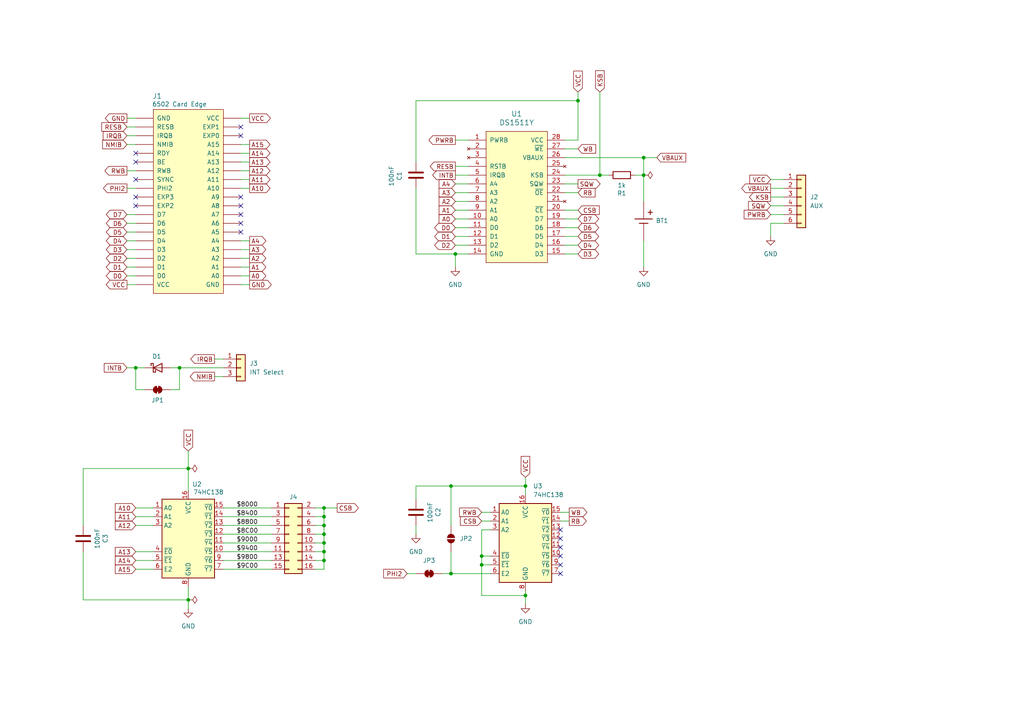
<source format=kicad_sch>
(kicad_sch (version 20250114) (generator "eeschema") (generator_version "9.0")
  (paper "A4")
  (title_block (title "6502 RTC Card") (date "2025-09-23") (rev "1.0") (company "A.C. Wright Design"))
  (lib_symbols
    (symbol "6502 Parts:6502 Card Edge" (pin_names (offset 1.016)) (in_bom no)
      (property "Reference" "J" (at -10.16 28.448 0))
      (property "Value" "6502 Card Edge" (at -5.588 26.924 0))
      (symbol "6502 Card Edge_1_0"
        (rectangle (start -10.16 25.4) (end 10.16 -27.94) (fill (type background)))
        (pin power_in line (at -15.24 22.86 0) (length 5.08) (name "GND") (number "GND"))
        (pin bidirectional line (at -15.24 20.32 0) (length 5.08) (name "RESB") (number "RESB"))
        (pin bidirectional line (at -15.24 17.78 0) (length 5.08) (name "IRQB") (number "IRQB"))
        (pin bidirectional line (at -15.24 15.24 0) (length 5.08) (name "NMIB") (number "NMIB"))
        (pin bidirectional line (at -15.24 12.7 0) (length 5.08) (name "RDY") (number "RDY"))
        (pin bidirectional line (at -15.24 10.16 0) (length 5.08) (name "BE") (number "BE"))
        (pin bidirectional line (at -15.24 7.62 0) (length 5.08) (name "RWB") (number "RWB"))
        (pin bidirectional line (at -15.24 5.08 0) (length 5.08) (name "SYNC") (number "SYNC"))
        (pin bidirectional line (at -15.24 2.54 0) (length 5.08) (name "PHI2") (number "PHI2"))
        (pin bidirectional line (at -15.24 0 0) (length 5.08) (name "EXP3") (number "EXP3"))
        (pin bidirectional line (at -15.24 -2.54 0) (length 5.08) (name "EXP2") (number "EXP2"))
        (pin bidirectional line (at -15.24 -5.08 0) (length 5.08) (name "D7") (number "D7"))
        (pin bidirectional line (at -15.24 -7.62 0) (length 5.08) (name "D6") (number "D6"))
        (pin bidirectional line (at -15.24 -10.16 0) (length 5.08) (name "D5") (number "D5"))
        (pin bidirectional line (at -15.24 -12.7 0) (length 5.08) (name "D4") (number "D4"))
        (pin bidirectional line (at -15.24 -15.24 0) (length 5.08) (name "D3") (number "D3"))
        (pin bidirectional line (at -15.24 -17.78 0) (length 5.08) (name "D2") (number "D2"))
        (pin bidirectional line (at -15.24 -20.32 0) (length 5.08) (name "D1") (number "D1"))
        (pin bidirectional line (at -15.24 -22.86 0) (length 5.08) (name "D0") (number "D0"))
        (pin power_in line (at -15.24 -25.4 0) (length 5.08) (name "VCC") (number "VCC"))
        (pin power_in line (at 15.24 22.86 180) (length 5.08) (name "VCC") (number "VCC"))
        (pin bidirectional line (at 15.24 20.32 180) (length 5.08) (name "EXP1") (number "EXP1"))
        (pin bidirectional line (at 15.24 17.78 180) (length 5.08) (name "EXP0") (number "EXP0"))
        (pin bidirectional line (at 15.24 15.24 180) (length 5.08) (name "A15") (number "A15"))
        (pin bidirectional line (at 15.24 12.7 180) (length 5.08) (name "A14") (number "A14"))
        (pin bidirectional line (at 15.24 10.16 180) (length 5.08) (name "A13") (number "A13"))
        (pin bidirectional line (at 15.24 7.62 180) (length 5.08) (name "A12") (number "A12"))
        (pin bidirectional line (at 15.24 5.08 180) (length 5.08) (name "A11") (number "A11"))
        (pin bidirectional line (at 15.24 2.54 180) (length 5.08) (name "A10") (number "A10"))
        (pin bidirectional line (at 15.24 0 180) (length 5.08) (name "A9") (number "A9"))
        (pin bidirectional line (at 15.24 -2.54 180) (length 5.08) (name "A8") (number "A8"))
        (pin bidirectional line (at 15.24 -5.08 180) (length 5.08) (name "A7") (number "A7"))
        (pin bidirectional line (at 15.24 -7.62 180) (length 5.08) (name "A6") (number "A6"))
        (pin bidirectional line (at 15.24 -10.16 180) (length 5.08) (name "A5") (number "A5"))
        (pin bidirectional line (at 15.24 -12.7 180) (length 5.08) (name "A4") (number "A4"))
        (pin bidirectional line (at 15.24 -15.24 180) (length 5.08) (name "A3") (number "A3"))
        (pin bidirectional line (at 15.24 -17.78 180) (length 5.08) (name "A2") (number "A2"))
        (pin bidirectional line (at 15.24 -20.32 180) (length 5.08) (name "A1") (number "A1"))
        (pin bidirectional line (at 15.24 -22.86 180) (length 5.08) (name "A0") (number "A0"))
        (pin power_in line (at 15.24 -25.4 180) (length 5.08) (name "GND") (number "GND"))
      )
    )
    (symbol "6502 Parts:BAT-HLD-001-THM" (pin_names (offset 1.016))
      (property "Reference" "BT" (at -3.81 3.81 0))
      (property "Value" "BAT-HLD-001-THM" (at -10.16 -5.08 0))
      (symbol "BAT-HLD-001-THM_0_0"
        (polyline (pts (xy -3.81 1.905) (xy -2.54 1.905)) (stroke (width 0.254)))
        (polyline (pts (xy -3.175 2.54) (xy -3.175 1.27)) (stroke (width 0.254)))
        (polyline (pts (xy -1.27 2.54) (xy -1.27 0)) (stroke (width 0.254)))
        (polyline (pts (xy -1.27 0) (xy -1.27 -2.54)) (stroke (width 0.254)))
        (polyline (pts (xy 0 1.27) (xy 0 0)) (stroke (width 0.254)))
        (polyline (pts (xy 0 0) (xy 0 -1.27)) (stroke (width 0.254)))
      )
      (symbol "BAT-HLD-001-THM_1_0"
        (pin power_in line (at -6.35 0 0) (length 5.08) (name "+") (number "+"))
        (pin power_in line (at 5.08 0 180) (length 5.08) (name "-") (number "-"))
      )
    )
    (symbol "6502 Parts:DS1511Y" (pin_names (offset 1.016)) (in_bom no)
      (property "Reference" "U" (at 4.826 6.858 0))
      (property "Value" "DS1511Y" (at 4.826 4.318 0))
      (symbol "DS1511Y_1_0"
        (pin output line (at 0 0 0) (length 5.08) (name "PWRB") (number "1"))
        (pin no_connect line (at 0 -2.54 0) (length 5.08) (name "") (number "2"))
        (pin no_connect line (at 0 -5.08 0) (length 5.08) (name "") (number "3"))
        (pin output line (at 0 -7.62 0) (length 5.08) (name "RSTB") (number "4"))
        (pin output line (at 0 -10.16 0) (length 5.08) (name "IRQB") (number "5"))
        (pin input line (at 0 -12.7 0) (length 5.08) (name "A4") (number "6"))
        (pin input line (at 0 -15.24 0) (length 5.08) (name "A3") (number "7"))
        (pin input line (at 0 -17.78 0) (length 5.08) (name "A2") (number "8"))
        (pin input line (at 0 -20.32 0) (length 5.08) (name "A1") (number "9"))
        (pin input line (at 0 -22.86 0) (length 5.08) (name "A0") (number "10"))
        (pin bidirectional line (at 0 -25.4 0) (length 5.08) (name "D0") (number "11"))
        (pin bidirectional line (at 0 -27.94 0) (length 5.08) (name "D1") (number "12"))
        (pin bidirectional line (at 0 -30.48 0) (length 5.08) (name "D2") (number "13"))
        (pin power_in line (at 0 -33.02 0) (length 5.08) (name "GND") (number "14"))
        (pin power_in line (at 27.94 0 180) (length 5.08) (name "VCC") (number "28"))
        (pin bidirectional line (at 27.94 -2.54 180) (length 5.08) (name "~{WE}") (number "27"))
        (pin power_in line (at 27.94 -5.08 180) (length 5.08) (name "VBAUX") (number "26"))
        (pin no_connect line (at 27.94 -7.62 180) (length 5.08) (name "") (number "25"))
        (pin input line (at 27.94 -10.16 180) (length 5.08) (name "KSB") (number "24"))
        (pin output line (at 27.94 -12.7 180) (length 5.08) (name "SQW") (number "23"))
        (pin bidirectional line (at 27.94 -15.24 180) (length 5.08) (name "~{OE}") (number "22"))
        (pin no_connect line (at 27.94 -17.78 180) (length 5.08) (name "") (number "21"))
        (pin bidirectional line (at 27.94 -20.32 180) (length 5.08) (name "~{CE}") (number "20"))
        (pin bidirectional line (at 27.94 -22.86 180) (length 5.08) (name "D7") (number "19"))
        (pin bidirectional line (at 27.94 -25.4 180) (length 5.08) (name "D6") (number "18"))
        (pin bidirectional line (at 27.94 -27.94 180) (length 5.08) (name "D5") (number "17"))
        (pin bidirectional line (at 27.94 -30.48 180) (length 5.08) (name "D4") (number "16"))
        (pin bidirectional line (at 27.94 -33.02 180) (length 5.08) (name "D3") (number "15"))
      )
      (symbol "DS1511Y_1_1"
        (rectangle (start 5.08 2.54) (end 22.86 -35.56) (fill (type background)))
      )
    )
    (symbol "74xx:74HC138"
      (property "Reference" "U" (at -7.62 13.97 0))
      (property "Value" "74HC138" (at 2.54 -11.43 0))
      (symbol "74HC138_0_1"
        (rectangle (start -7.62 12.7) (end 7.62 -10.16) (stroke (width 0.254)) (fill (type background)))
      )
      (symbol "74HC138_1_1"
        (pin input line (at -10.16 10.16 0) (length 2.54) (name "A0") (number "1"))
        (pin input line (at -10.16 7.62 0) (length 2.54) (name "A1") (number "2"))
        (pin input line (at -10.16 5.08 0) (length 2.54) (name "A2") (number "3"))
        (pin input line (at -10.16 -2.54 0) (length 2.54) (name "~{E0}") (number "4"))
        (pin input line (at -10.16 -5.08 0) (length 2.54) (name "~{E1}") (number "5"))
        (pin input line (at -10.16 -7.62 0) (length 2.54) (name "E2") (number "6"))
        (pin power_in line (at 0 15.24 270) (length 2.54) (name "VCC") (number "16"))
        (pin power_in line (at 0 -12.7 90) (length 2.54) (name "GND") (number "8"))
        (pin output line (at 10.16 10.16 180) (length 2.54) (name "~{Y0}") (number "15"))
        (pin output line (at 10.16 7.62 180) (length 2.54) (name "~{Y1}") (number "14"))
        (pin output line (at 10.16 5.08 180) (length 2.54) (name "~{Y2}") (number "13"))
        (pin output line (at 10.16 2.54 180) (length 2.54) (name "~{Y3}") (number "12"))
        (pin output line (at 10.16 0 180) (length 2.54) (name "~{Y4}") (number "11"))
        (pin output line (at 10.16 -2.54 180) (length 2.54) (name "~{Y5}") (number "10"))
        (pin output line (at 10.16 -5.08 180) (length 2.54) (name "~{Y6}") (number "9"))
        (pin output line (at 10.16 -7.62 180) (length 2.54) (name "~{Y7}") (number "7"))
      )
    )
    (symbol "Connector_Generic:Conn_01x03" (pin_names (offset 1.016) (hide yes))
      (property "Reference" "J" (at 0 5.08 0))
      (property "Value" "Conn_01x03" (at 0 -5.08 0))
      (symbol "Conn_01x03_1_1"
        (rectangle (start -1.27 3.81) (end 1.27 -3.81) (stroke (width 0.254)) (fill (type background)))
        (rectangle (start -1.27 2.667) (end 0 2.413) (stroke (width 0.1524)))
        (rectangle (start -1.27 0.127) (end 0 -0.127) (stroke (width 0.1524)))
        (rectangle (start -1.27 -2.413) (end 0 -2.667) (stroke (width 0.1524)))
        (pin passive line (at -5.08 2.54 0) (length 3.81) (name "Pin_1") (number "1"))
        (pin passive line (at -5.08 0 0) (length 3.81) (name "Pin_2") (number "2"))
        (pin passive line (at -5.08 -2.54 0) (length 3.81) (name "Pin_3") (number "3"))
      )
    )
    (symbol "Connector_Generic:Conn_01x06" (pin_names (offset 1.016) (hide yes))
      (property "Reference" "J" (at 0 7.62 0))
      (property "Value" "Conn_01x06" (at 0 -10.16 0))
      (symbol "Conn_01x06_1_1"
        (rectangle (start -1.27 6.35) (end 1.27 -8.89) (stroke (width 0.254)) (fill (type background)))
        (rectangle (start -1.27 5.207) (end 0 4.953) (stroke (width 0.1524)))
        (rectangle (start -1.27 2.667) (end 0 2.413) (stroke (width 0.1524)))
        (rectangle (start -1.27 0.127) (end 0 -0.127) (stroke (width 0.1524)))
        (rectangle (start -1.27 -2.413) (end 0 -2.667) (stroke (width 0.1524)))
        (rectangle (start -1.27 -4.953) (end 0 -5.207) (stroke (width 0.1524)))
        (rectangle (start -1.27 -7.493) (end 0 -7.747) (stroke (width 0.1524)))
        (pin passive line (at -5.08 5.08 0) (length 3.81) (name "Pin_1") (number "1"))
        (pin passive line (at -5.08 2.54 0) (length 3.81) (name "Pin_2") (number "2"))
        (pin passive line (at -5.08 0 0) (length 3.81) (name "Pin_3") (number "3"))
        (pin passive line (at -5.08 -2.54 0) (length 3.81) (name "Pin_4") (number "4"))
        (pin passive line (at -5.08 -5.08 0) (length 3.81) (name "Pin_5") (number "5"))
        (pin passive line (at -5.08 -7.62 0) (length 3.81) (name "Pin_6") (number "6"))
      )
    )
    (symbol "Connector_Generic:Conn_02x08_Odd_Even" (pin_names (offset 1.016) (hide yes))
      (property "Reference" "J" (at 1.27 10.16 0))
      (property "Value" "Conn_02x08_Odd_Even" (at 1.27 -12.7 0))
      (symbol "Conn_02x08_Odd_Even_1_1"
        (rectangle (start -1.27 8.89) (end 3.81 -11.43) (stroke (width 0.254)) (fill (type background)))
        (rectangle (start -1.27 7.747) (end 0 7.493) (stroke (width 0.1524)))
        (rectangle (start -1.27 5.207) (end 0 4.953) (stroke (width 0.1524)))
        (rectangle (start -1.27 2.667) (end 0 2.413) (stroke (width 0.1524)))
        (rectangle (start -1.27 0.127) (end 0 -0.127) (stroke (width 0.1524)))
        (rectangle (start -1.27 -2.413) (end 0 -2.667) (stroke (width 0.1524)))
        (rectangle (start -1.27 -4.953) (end 0 -5.207) (stroke (width 0.1524)))
        (rectangle (start -1.27 -7.493) (end 0 -7.747) (stroke (width 0.1524)))
        (rectangle (start -1.27 -10.033) (end 0 -10.287) (stroke (width 0.1524)))
        (rectangle (start 3.81 7.747) (end 2.54 7.493) (stroke (width 0.1524)))
        (rectangle (start 3.81 5.207) (end 2.54 4.953) (stroke (width 0.1524)))
        (rectangle (start 3.81 2.667) (end 2.54 2.413) (stroke (width 0.1524)))
        (rectangle (start 3.81 0.127) (end 2.54 -0.127) (stroke (width 0.1524)))
        (rectangle (start 3.81 -2.413) (end 2.54 -2.667) (stroke (width 0.1524)))
        (rectangle (start 3.81 -4.953) (end 2.54 -5.207) (stroke (width 0.1524)))
        (rectangle (start 3.81 -7.493) (end 2.54 -7.747) (stroke (width 0.1524)))
        (rectangle (start 3.81 -10.033) (end 2.54 -10.287) (stroke (width 0.1524)))
        (pin passive line (at -5.08 7.62 0) (length 3.81) (name "Pin_1") (number "1"))
        (pin passive line (at -5.08 5.08 0) (length 3.81) (name "Pin_3") (number "3"))
        (pin passive line (at -5.08 2.54 0) (length 3.81) (name "Pin_5") (number "5"))
        (pin passive line (at -5.08 0 0) (length 3.81) (name "Pin_7") (number "7"))
        (pin passive line (at -5.08 -2.54 0) (length 3.81) (name "Pin_9") (number "9"))
        (pin passive line (at -5.08 -5.08 0) (length 3.81) (name "Pin_11") (number "11"))
        (pin passive line (at -5.08 -7.62 0) (length 3.81) (name "Pin_13") (number "13"))
        (pin passive line (at -5.08 -10.16 0) (length 3.81) (name "Pin_15") (number "15"))
        (pin passive line (at 7.62 7.62 180) (length 3.81) (name "Pin_2") (number "2"))
        (pin passive line (at 7.62 5.08 180) (length 3.81) (name "Pin_4") (number "4"))
        (pin passive line (at 7.62 2.54 180) (length 3.81) (name "Pin_6") (number "6"))
        (pin passive line (at 7.62 0 180) (length 3.81) (name "Pin_8") (number "8"))
        (pin passive line (at 7.62 -2.54 180) (length 3.81) (name "Pin_10") (number "10"))
        (pin passive line (at 7.62 -5.08 180) (length 3.81) (name "Pin_12") (number "12"))
        (pin passive line (at 7.62 -7.62 180) (length 3.81) (name "Pin_14") (number "14"))
        (pin passive line (at 7.62 -10.16 180) (length 3.81) (name "Pin_16") (number "16"))
      )
    )
    (symbol "Device:C" (pin_numbers (hide yes)) (pin_names (offset 0.254))
      (property "Reference" "C" (at 0.635 2.54 0))
      (property "Value" "C" (at 0.635 -2.54 0))
      (symbol "C_0_1"
        (polyline (pts (xy -2.032 0.762) (xy 2.032 0.762)) (stroke (width 0.508)))
        (polyline (pts (xy -2.032 -0.762) (xy 2.032 -0.762)) (stroke (width 0.508)))
      )
      (symbol "C_1_1"
        (pin passive line (at 0 3.81 270) (length 2.794) (name "~") (number "1"))
        (pin passive line (at 0 -3.81 90) (length 2.794) (name "~") (number "2"))
      )
    )
    (symbol "Device:D_Schottky" (pin_numbers (hide yes)) (pin_names (offset 1.016) (hide yes))
      (property "Reference" "D" (at 0 2.54 0))
      (property "Value" "D_Schottky" (at 0 -2.54 0))
      (symbol "D_Schottky_0_1"
        (polyline (pts (xy -1.905 0.635) (xy -1.905 1.27) (xy -1.27 1.27) (xy -1.27 -1.27) (xy -0.635 -1.27) (xy -0.635 -0.635)) (stroke (width 0.254)))
        (polyline (pts (xy 1.27 1.27) (xy 1.27 -1.27) (xy -1.27 0) (xy 1.27 1.27)) (stroke (width 0.254)))
        (polyline (pts (xy 1.27 0) (xy -1.27 0)))
      )
      (symbol "D_Schottky_1_1"
        (pin passive line (at -3.81 0 0) (length 2.54) (name "K") (number "1"))
        (pin passive line (at 3.81 0 180) (length 2.54) (name "A") (number "2"))
      )
    )
    (symbol "Device:R" (pin_numbers (hide yes)) (pin_names (offset 0))
      (property "Reference" "R" (at 2.032 0 90))
      (property "Value" "R" (at 0 0 90))
      (symbol "R_0_1"
        (rectangle (start -1.016 -2.54) (end 1.016 2.54) (stroke (width 0.254)))
      )
      (symbol "R_1_1"
        (pin passive line (at 0 3.81 270) (length 1.27) (name "~") (number "1"))
        (pin passive line (at 0 -3.81 90) (length 1.27) (name "~") (number "2"))
      )
    )
    (symbol "Jumper:SolderJumper_2_Bridged" (pin_numbers (hide yes)) (pin_names (offset 0) (hide yes)) (exclude_from_sim yes) (in_bom no)
      (property "Reference" "JP" (at 0 2.032 0))
      (property "Value" "SolderJumper_2_Bridged" (at 0 -2.54 0))
      (symbol "SolderJumper_2_Bridged_0_1"
        (rectangle (start -0.508 0.508) (end 0.508 -0.508) (fill (type outline)))
        (polyline (pts (xy -0.254 1.016) (xy -0.254 -1.016)))
        (arc (start -0.254 -1.016) (mid -1.2656 0) (end -0.254 1.016))
        (arc (start -0.254 -1.016) (mid -1.2656 0) (end -0.254 1.016) (fill (type outline)))
        (arc (start 0.254 1.016) (mid 1.2656 0) (end 0.254 -1.016))
        (arc (start 0.254 1.016) (mid 1.2656 0) (end 0.254 -1.016) (fill (type outline)))
        (polyline (pts (xy 0.254 1.016) (xy 0.254 -1.016)))
      )
      (symbol "SolderJumper_2_Bridged_1_1"
        (pin passive line (at -3.81 0 0) (length 2.54) (name "A") (number "1"))
        (pin passive line (at 3.81 0 180) (length 2.54) (name "B") (number "2"))
      )
    )
    (symbol "Jumper:SolderJumper_2_Open" (pin_numbers (hide yes)) (pin_names (offset 0) (hide yes)) (exclude_from_sim yes) (in_bom no)
      (property "Reference" "JP" (at 0 2.032 0))
      (property "Value" "SolderJumper_2_Open" (at 0 -2.54 0))
      (symbol "SolderJumper_2_Open_0_1"
        (polyline (pts (xy -0.254 1.016) (xy -0.254 -1.016)))
        (arc (start -0.254 -1.016) (mid -1.2656 0) (end -0.254 1.016))
        (arc (start -0.254 -1.016) (mid -1.2656 0) (end -0.254 1.016) (fill (type outline)))
        (arc (start 0.254 1.016) (mid 1.2656 0) (end 0.254 -1.016))
        (arc (start 0.254 1.016) (mid 1.2656 0) (end 0.254 -1.016) (fill (type outline)))
        (polyline (pts (xy 0.254 1.016) (xy 0.254 -1.016)))
      )
      (symbol "SolderJumper_2_Open_1_1"
        (pin passive line (at -3.81 0 0) (length 2.54) (name "A") (number "1"))
        (pin passive line (at 3.81 0 180) (length 2.54) (name "B") (number "2"))
      )
    )
    (symbol "SolderJumper_2_Bridged_1" (pin_numbers (hide yes)) (pin_names (offset 0) (hide yes)) (in_bom no)
      (property "Reference" "JP" (at 0 2.032 0))
      (property "Value" "SolderJumper_2_Bridged" (at 0 -2.54 0))
      (symbol "SolderJumper_2_Bridged_1_0_1"
        (rectangle (start -0.508 0.508) (end 0.508 -0.508) (fill (type outline)))
        (polyline (pts (xy -0.254 1.016) (xy -0.254 -1.016)))
        (arc (start -0.254 -1.016) (mid -1.2656 0) (end -0.254 1.016))
        (arc (start -0.254 -1.016) (mid -1.2656 0) (end -0.254 1.016) (fill (type outline)))
        (arc (start 0.254 1.016) (mid 1.2656 0) (end 0.254 -1.016))
        (arc (start 0.254 1.016) (mid 1.2656 0) (end 0.254 -1.016) (fill (type outline)))
        (polyline (pts (xy 0.254 1.016) (xy 0.254 -1.016)))
      )
      (symbol "SolderJumper_2_Bridged_1_1_1"
        (pin passive line (at -3.81 0 0) (length 2.54) (name "A") (number "1"))
        (pin passive line (at 3.81 0 180) (length 2.54) (name "B") (number "2"))
      )
    )
    (symbol "power:GND" (power) (pin_numbers (hide yes)) (pin_names (offset 0) (hide yes))
      (property "Value" "GND" (at 0 -3.81 0))
      (symbol "GND_0_1"
        (polyline (pts (xy 0 0) (xy 0 -1.27) (xy 1.27 -1.27) (xy 0 -2.54) (xy -1.27 -1.27) (xy 0 -1.27)))
      )
      (symbol "GND_1_1"
        (pin power_in line (at 0 0 270) (length 0) (name "~") (number "1"))
      )
    )
    (symbol "power:PWR_FLAG" (power) (pin_numbers (hide yes)) (pin_names (offset 0) (hide yes))
      (property "Value" "PWR_FLAG" (at 0 3.81 0))
      (symbol "PWR_FLAG_0_0"
        (pin power_out line (at 0 0 90) (length 0) (name "~") (number "1"))
      )
      (symbol "PWR_FLAG_0_1"
        (polyline (pts (xy 0 0) (xy 0 1.27) (xy -1.016 1.905) (xy 0 2.54) (xy 1.016 1.905) (xy 0 1.27)))
      )
    )
  )
  (junction (at 130.81 140.97))
  (junction (at 54.61 135.89))
  (junction (at 93.98 157.48))
  (junction (at 93.98 162.56))
  (junction (at 186.69 50.8))
  (junction (at 39.37 106.68))
  (junction (at 54.61 173.99))
  (junction (at 186.69 45.72))
  (junction (at 167.64 29.21))
  (junction (at 132.08 73.66))
  (junction (at 173.99 50.8))
  (junction (at 152.4 140.97))
  (junction (at 93.98 147.32))
  (junction (at 93.98 160.02))
  (junction (at 152.4 172.72))
  (junction (at 130.81 166.37))
  (junction (at 139.7 163.83))
  (junction (at 52.07 106.68))
  (junction (at 93.98 154.94))
  (junction (at 93.98 149.86))
  (junction (at 139.7 161.29))
  (junction (at 93.98 152.4))
  (no_connect (at 39.37 52.07))
  (no_connect (at 39.37 44.45))
  (no_connect (at 39.37 59.69))
  (no_connect (at 162.56 158.75))
  (no_connect (at 69.85 59.69))
  (no_connect (at 162.56 161.29))
  (no_connect (at 69.85 36.83))
  (no_connect (at 39.37 57.15))
  (no_connect (at 162.56 156.21))
  (no_connect (at 69.85 64.77))
  (no_connect (at 39.37 46.99))
  (no_connect (at 69.85 39.37))
  (no_connect (at 162.56 153.67))
  (no_connect (at 69.85 62.23))
  (no_connect (at 162.56 163.83))
  (no_connect (at 69.85 67.31))
  (no_connect (at 69.85 57.15))
  (no_connect (at 162.56 166.37))
  (wire (pts (xy 69.85 72.39) (xy 72.39 72.39)))
  (wire (pts (xy 130.81 166.37) (xy 142.24 166.37)))
  (wire (pts (xy 139.7 148.59) (xy 142.24 148.59)))
  (wire (pts (xy 223.52 59.69) (xy 227.33 59.69)))
  (wire (pts (xy 93.98 154.94) (xy 91.44 154.94)))
  (wire (pts (xy 130.81 152.4) (xy 130.81 140.97)))
  (wire (pts (xy 132.08 58.42) (xy 135.89 58.42)))
  (wire (pts (xy 132.08 40.64) (xy 135.89 40.64)))
  (wire (pts (xy 69.85 41.91) (xy 72.39 41.91)))
  (wire (pts (xy 93.98 149.86) (xy 91.44 149.86)))
  (wire (pts (xy 163.83 50.8) (xy 173.99 50.8)))
  (wire (pts (xy 163.83 55.88) (xy 167.64 55.88)))
  (wire (pts (xy 163.83 66.04) (xy 167.64 66.04)))
  (wire (pts (xy 24.13 173.99) (xy 24.13 160.02)))
  (wire (pts (xy 36.83 54.61) (xy 39.37 54.61)))
  (wire (pts (xy 118.11 166.37) (xy 120.65 166.37)))
  (wire (pts (xy 36.83 62.23) (xy 39.37 62.23)))
  (wire (pts (xy 64.77 157.48) (xy 78.74 157.48)))
  (wire (pts (xy 69.85 46.99) (xy 72.39 46.99)))
  (wire (pts (xy 36.83 36.83) (xy 39.37 36.83)))
  (wire (pts (xy 69.85 52.07) (xy 72.39 52.07)))
  (wire (pts (xy 69.85 54.61) (xy 72.39 54.61)))
  (wire (pts (xy 223.52 62.23) (xy 227.33 62.23)))
  (wire (pts (xy 54.61 170.18) (xy 54.61 173.99)))
  (wire (pts (xy 54.61 142.24) (xy 54.61 135.89)))
  (wire (pts (xy 36.83 72.39) (xy 39.37 72.39)))
  (wire (pts (xy 93.98 157.48) (xy 93.98 154.94)))
  (wire (pts (xy 69.85 77.47) (xy 72.39 77.47)))
  (wire (pts (xy 130.81 160.02) (xy 130.81 166.37)))
  (wire (pts (xy 162.56 151.13) (xy 165.1 151.13)))
  (wire (pts (xy 91.44 165.1) (xy 93.98 165.1)))
  (wire (pts (xy 223.52 57.15) (xy 227.33 57.15)))
  (wire (pts (xy 223.52 68.58) (xy 223.52 64.77)))
  (wire (pts (xy 39.37 149.86) (xy 44.45 149.86)))
  (wire (pts (xy 167.64 29.21) (xy 167.64 26.67)))
  (wire (pts (xy 173.99 26.67) (xy 173.99 50.8)))
  (wire (pts (xy 163.83 68.58) (xy 167.64 68.58)))
  (wire (pts (xy 120.65 140.97) (xy 130.81 140.97)))
  (wire (pts (xy 120.65 46.99) (xy 120.65 29.21)))
  (wire (pts (xy 36.83 39.37) (xy 39.37 39.37)))
  (wire (pts (xy 120.65 29.21) (xy 167.64 29.21)))
  (wire (pts (xy 163.83 40.64) (xy 167.64 40.64)))
  (wire (pts (xy 52.07 106.68) (xy 49.53 106.68)))
  (wire (pts (xy 93.98 162.56) (xy 91.44 162.56)))
  (wire (pts (xy 93.98 165.1) (xy 93.98 162.56)))
  (wire (pts (xy 152.4 171.45) (xy 152.4 172.72)))
  (wire (pts (xy 93.98 160.02) (xy 93.98 157.48)))
  (wire (pts (xy 39.37 152.4) (xy 44.45 152.4)))
  (wire (pts (xy 139.7 153.67) (xy 139.7 161.29)))
  (wire (pts (xy 36.83 82.55) (xy 39.37 82.55)))
  (wire (pts (xy 139.7 172.72) (xy 152.4 172.72)))
  (wire (pts (xy 186.69 58.42) (xy 186.69 50.8)))
  (wire (pts (xy 36.83 64.77) (xy 39.37 64.77)))
  (wire (pts (xy 132.08 60.96) (xy 135.89 60.96)))
  (wire (pts (xy 69.85 80.01) (xy 72.39 80.01)))
  (wire (pts (xy 64.77 152.4) (xy 78.74 152.4)))
  (wire (pts (xy 36.83 106.68) (xy 39.37 106.68)))
  (wire (pts (xy 152.4 138.43) (xy 152.4 140.97)))
  (wire (pts (xy 167.64 40.64) (xy 167.64 29.21)))
  (wire (pts (xy 93.98 157.48) (xy 91.44 157.48)))
  (wire (pts (xy 93.98 149.86) (xy 93.98 147.32)))
  (wire (pts (xy 69.85 34.29) (xy 72.39 34.29)))
  (wire (pts (xy 139.7 151.13) (xy 142.24 151.13)))
  (wire (pts (xy 39.37 162.56) (xy 44.45 162.56)))
  (wire (pts (xy 36.83 67.31) (xy 39.37 67.31)))
  (wire (pts (xy 62.23 109.22) (xy 64.77 109.22)))
  (wire (pts (xy 163.83 45.72) (xy 186.69 45.72)))
  (wire (pts (xy 132.08 73.66) (xy 135.89 73.66)))
  (wire (pts (xy 91.44 152.4) (xy 93.98 152.4)))
  (wire (pts (xy 132.08 63.5) (xy 135.89 63.5)))
  (wire (pts (xy 223.52 64.77) (xy 227.33 64.77)))
  (wire (pts (xy 223.52 54.61) (xy 227.33 54.61)))
  (wire (pts (xy 93.98 154.94) (xy 93.98 152.4)))
  (wire (pts (xy 120.65 152.4) (xy 120.65 154.94)))
  (wire (pts (xy 93.98 152.4) (xy 93.98 149.86)))
  (wire (pts (xy 132.08 71.12) (xy 135.89 71.12)))
  (wire (pts (xy 132.08 77.47) (xy 132.08 73.66)))
  (wire (pts (xy 132.08 48.26) (xy 135.89 48.26)))
  (wire (pts (xy 163.83 43.18) (xy 167.64 43.18)))
  (wire (pts (xy 36.83 41.91) (xy 39.37 41.91)))
  (wire (pts (xy 152.4 140.97) (xy 152.4 143.51)))
  (wire (pts (xy 24.13 173.99) (xy 54.61 173.99)))
  (wire (pts (xy 120.65 144.78) (xy 120.65 140.97)))
  (wire (pts (xy 69.85 44.45) (xy 72.39 44.45)))
  (wire (pts (xy 62.23 104.14) (xy 64.77 104.14)))
  (wire (pts (xy 64.77 160.02) (xy 78.74 160.02)))
  (wire (pts (xy 69.85 69.85) (xy 72.39 69.85)))
  (wire (pts (xy 132.08 66.04) (xy 135.89 66.04)))
  (wire (pts (xy 64.77 154.94) (xy 78.74 154.94)))
  (wire (pts (xy 39.37 106.68) (xy 41.91 106.68)))
  (wire (pts (xy 36.83 77.47) (xy 39.37 77.47)))
  (wire (pts (xy 93.98 147.32) (xy 97.79 147.32)))
  (wire (pts (xy 24.13 135.89) (xy 24.13 152.4)))
  (wire (pts (xy 132.08 53.34) (xy 135.89 53.34)))
  (wire (pts (xy 120.65 73.66) (xy 132.08 73.66)))
  (wire (pts (xy 39.37 106.68) (xy 39.37 113.03)))
  (wire (pts (xy 36.83 74.93) (xy 39.37 74.93)))
  (wire (pts (xy 142.24 153.67) (xy 139.7 153.67)))
  (wire (pts (xy 36.83 80.01) (xy 39.37 80.01)))
  (wire (pts (xy 39.37 160.02) (xy 44.45 160.02)))
  (wire (pts (xy 128.27 166.37) (xy 130.81 166.37)))
  (wire (pts (xy 54.61 135.89) (xy 24.13 135.89)))
  (wire (pts (xy 39.37 113.03) (xy 41.91 113.03)))
  (wire (pts (xy 139.7 161.29) (xy 139.7 163.83)))
  (wire (pts (xy 162.56 148.59) (xy 165.1 148.59)))
  (wire (pts (xy 64.77 149.86) (xy 78.74 149.86)))
  (wire (pts (xy 163.83 63.5) (xy 167.64 63.5)))
  (wire (pts (xy 36.83 69.85) (xy 39.37 69.85)))
  (wire (pts (xy 69.85 82.55) (xy 72.39 82.55)))
  (wire (pts (xy 163.83 71.12) (xy 167.64 71.12)))
  (wire (pts (xy 173.99 50.8) (xy 176.53 50.8)))
  (wire (pts (xy 163.83 60.96) (xy 167.64 60.96)))
  (wire (pts (xy 132.08 55.88) (xy 135.89 55.88)))
  (wire (pts (xy 120.65 54.61) (xy 120.65 73.66)))
  (wire (pts (xy 186.69 45.72) (xy 186.69 50.8)))
  (wire (pts (xy 36.83 49.53) (xy 39.37 49.53)))
  (wire (pts (xy 64.77 162.56) (xy 78.74 162.56)))
  (wire (pts (xy 54.61 135.89) (xy 54.61 130.81)))
  (wire (pts (xy 39.37 147.32) (xy 44.45 147.32)))
  (wire (pts (xy 186.69 50.8) (xy 184.15 50.8)))
  (wire (pts (xy 39.37 165.1) (xy 44.45 165.1)))
  (wire (pts (xy 64.77 165.1) (xy 78.74 165.1)))
  (wire (pts (xy 132.08 50.8) (xy 135.89 50.8)))
  (wire (pts (xy 69.85 49.53) (xy 72.39 49.53)))
  (wire (pts (xy 132.08 68.58) (xy 135.89 68.58)))
  (wire (pts (xy 223.52 52.07) (xy 227.33 52.07)))
  (wire (pts (xy 139.7 163.83) (xy 139.7 172.72)))
  (wire (pts (xy 93.98 162.56) (xy 93.98 160.02)))
  (wire (pts (xy 142.24 161.29) (xy 139.7 161.29)))
  (wire (pts (xy 36.83 34.29) (xy 39.37 34.29)))
  (wire (pts (xy 52.07 106.68) (xy 64.77 106.68)))
  (wire (pts (xy 54.61 173.99) (xy 54.61 176.53)))
  (wire (pts (xy 186.69 69.85) (xy 186.69 77.47)))
  (wire (pts (xy 163.83 53.34) (xy 167.64 53.34)))
  (wire (pts (xy 152.4 172.72) (xy 152.4 175.26)))
  (wire (pts (xy 93.98 160.02) (xy 91.44 160.02)))
  (wire (pts (xy 139.7 163.83) (xy 142.24 163.83)))
  (wire (pts (xy 64.77 147.32) (xy 78.74 147.32)))
  (wire (pts (xy 52.07 113.03) (xy 52.07 106.68)))
  (wire (pts (xy 186.69 45.72) (xy 190.5 45.72)))
  (wire (pts (xy 91.44 147.32) (xy 93.98 147.32)))
  (wire (pts (xy 69.85 74.93) (xy 72.39 74.93)))
  (wire (pts (xy 49.53 113.03) (xy 52.07 113.03)))
  (wire (pts (xy 130.81 140.97) (xy 152.4 140.97)))
  (wire (pts (xy 163.83 73.66) (xy 167.64 73.66)))
  (label "$8C00" (at 68.58 154.94 0))
  (label "$9000" (at 68.58 157.48 0))
  (label "$9C00" (at 68.58 165.1 0))
  (label "$9400" (at 68.58 160.02 0))
  (label "$8000" (at 68.58 147.32 0))
  (label "$9800" (at 68.58 162.56 0))
  (label "$8800" (at 68.58 152.4 0))
  (label "$8400" (at 68.58 149.86 0))
  (global_label "VCC" (shape input) (at 167.64 26.67 90) (property "Intersheetrefs" "${INTERSHEET_REFS}" (effects (hide yes))))
  (global_label "A1" (shape input) (at 132.08 60.96 180) (property "Intersheetrefs" "${INTERSHEET_REFS}" (effects (hide yes))))
  (global_label "A4" (shape input) (at 132.08 53.34 180) (property "Intersheetrefs" "${INTERSHEET_REFS}" (effects (hide yes))))
  (global_label "A2" (shape output) (at 72.39 74.93 0) (property "Intersheetrefs" "${INTERSHEET_REFS}" (effects (hide yes))))
  (global_label "A15" (shape output) (at 72.39 41.91 0) (property "Intersheetrefs" "${INTERSHEET_REFS}" (effects (hide yes))))
  (global_label "A3" (shape input) (at 132.08 55.88 180) (property "Intersheetrefs" "${INTERSHEET_REFS}" (effects (hide yes))))
  (global_label "VCC" (shape input) (at 152.4 138.43 90) (property "Intersheetrefs" "${INTERSHEET_REFS}" (effects (hide yes))))
  (global_label "SQW" (shape output) (at 167.64 53.34 0) (property "Intersheetrefs" "${INTERSHEET_REFS}" (effects (hide yes))))
  (global_label "D1" (shape bidirectional) (at 36.83 77.47 180) (property "Intersheetrefs" "${INTERSHEET_REFS}" (effects (hide yes))))
  (global_label "PWRB" (shape output) (at 132.08 40.64 180) (property "Intersheetrefs" "${INTERSHEET_REFS}" (effects (hide yes))))
  (global_label "IRQB" (shape input) (at 36.83 39.37 180) (property "Intersheetrefs" "${INTERSHEET_REFS}" (effects (hide yes))))
  (global_label "A14" (shape input) (at 39.37 162.56 180) (property "Intersheetrefs" "${INTERSHEET_REFS}" (effects (hide yes))))
  (global_label "A13" (shape input) (at 39.37 160.02 180) (property "Intersheetrefs" "${INTERSHEET_REFS}" (effects (hide yes))))
  (global_label "GND" (shape output) (at 72.39 82.55 0) (property "Intersheetrefs" "${INTERSHEET_REFS}" (effects (hide yes))))
  (global_label "VCC" (shape input) (at 54.61 130.81 90) (property "Intersheetrefs" "${INTERSHEET_REFS}" (effects (hide yes))))
  (global_label "D5" (shape bidirectional) (at 36.83 67.31 180) (property "Intersheetrefs" "${INTERSHEET_REFS}" (effects (hide yes))))
  (global_label "D2" (shape bidirectional) (at 132.08 71.12 180) (property "Intersheetrefs" "${INTERSHEET_REFS}" (effects (hide yes))))
  (global_label "A10" (shape input) (at 39.37 147.32 180) (property "Intersheetrefs" "${INTERSHEET_REFS}" (effects (hide yes))))
  (global_label "D0" (shape bidirectional) (at 132.08 66.04 180) (property "Intersheetrefs" "${INTERSHEET_REFS}" (effects (hide yes))))
  (global_label "RESB" (shape output) (at 132.08 48.26 180) (property "Intersheetrefs" "${INTERSHEET_REFS}" (effects (hide yes))))
  (global_label "A10" (shape output) (at 72.39 54.61 0) (property "Intersheetrefs" "${INTERSHEET_REFS}" (effects (hide yes))))
  (global_label "D6" (shape bidirectional) (at 36.83 64.77 180) (property "Intersheetrefs" "${INTERSHEET_REFS}" (effects (hide yes))))
  (global_label "D4" (shape bidirectional) (at 167.64 71.12 0) (property "Intersheetrefs" "${INTERSHEET_REFS}" (effects (hide yes))))
  (global_label "D3" (shape bidirectional) (at 167.64 73.66 0) (property "Intersheetrefs" "${INTERSHEET_REFS}" (effects (hide yes))))
  (global_label "GND" (shape output) (at 36.83 34.29 180) (property "Intersheetrefs" "${INTERSHEET_REFS}" (effects (hide yes))))
  (global_label "CSB" (shape input) (at 139.7 151.13 180) (property "Intersheetrefs" "${INTERSHEET_REFS}" (effects (hide yes))))
  (global_label "RESB" (shape input) (at 36.83 36.83 180) (property "Intersheetrefs" "${INTERSHEET_REFS}" (effects (hide yes))))
  (global_label "VCC" (shape input) (at 223.52 52.07 180) (property "Intersheetrefs" "${INTERSHEET_REFS}" (effects (hide yes))))
  (global_label "VBAUX" (shape input) (at 190.5 45.72 0) (property "Intersheetrefs" "${INTERSHEET_REFS}" (effects (hide yes))))
  (global_label "WB" (shape output) (at 165.1 148.59 0) (property "Intersheetrefs" "${INTERSHEET_REFS}" (effects (hide yes))))
  (global_label "A3" (shape output) (at 72.39 72.39 0) (property "Intersheetrefs" "${INTERSHEET_REFS}" (effects (hide yes))))
  (global_label "VBAUX" (shape output) (at 223.52 54.61 180) (property "Intersheetrefs" "${INTERSHEET_REFS}" (effects (hide yes))))
  (global_label "A14" (shape output) (at 72.39 44.45 0) (property "Intersheetrefs" "${INTERSHEET_REFS}" (effects (hide yes))))
  (global_label "D2" (shape bidirectional) (at 36.83 74.93 180) (property "Intersheetrefs" "${INTERSHEET_REFS}" (effects (hide yes))))
  (global_label "A0" (shape input) (at 132.08 63.5 180) (property "Intersheetrefs" "${INTERSHEET_REFS}" (effects (hide yes))))
  (global_label "A12" (shape input) (at 39.37 152.4 180) (property "Intersheetrefs" "${INTERSHEET_REFS}" (effects (hide yes))))
  (global_label "RWB" (shape input) (at 139.7 148.59 180) (property "Intersheetrefs" "${INTERSHEET_REFS}" (effects (hide yes))))
  (global_label "D1" (shape bidirectional) (at 132.08 68.58 180) (property "Intersheetrefs" "${INTERSHEET_REFS}" (effects (hide yes))))
  (global_label "NMIB" (shape input) (at 36.83 41.91 180) (property "Intersheetrefs" "${INTERSHEET_REFS}" (effects (hide yes))))
  (global_label "RB" (shape input) (at 167.64 55.88 0) (property "Intersheetrefs" "${INTERSHEET_REFS}" (effects (hide yes))))
  (global_label "VCC" (shape output) (at 36.83 82.55 180) (property "Intersheetrefs" "${INTERSHEET_REFS}" (effects (hide yes))))
  (global_label "A15" (shape input) (at 39.37 165.1 180) (property "Intersheetrefs" "${INTERSHEET_REFS}" (effects (hide yes))))
  (global_label "A11" (shape input) (at 39.37 149.86 180) (property "Intersheetrefs" "${INTERSHEET_REFS}" (effects (hide yes))))
  (global_label "A1" (shape output) (at 72.39 77.47 0) (property "Intersheetrefs" "${INTERSHEET_REFS}" (effects (hide yes))))
  (global_label "A2" (shape input) (at 132.08 58.42 180) (property "Intersheetrefs" "${INTERSHEET_REFS}" (effects (hide yes))))
  (global_label "VCC" (shape output) (at 72.39 34.29 0) (property "Intersheetrefs" "${INTERSHEET_REFS}" (effects (hide yes))))
  (global_label "A11" (shape output) (at 72.39 52.07 0) (property "Intersheetrefs" "${INTERSHEET_REFS}" (effects (hide yes))))
  (global_label "D0" (shape bidirectional) (at 36.83 80.01 180) (property "Intersheetrefs" "${INTERSHEET_REFS}" (effects (hide yes))))
  (global_label "A4" (shape output) (at 72.39 69.85 0) (property "Intersheetrefs" "${INTERSHEET_REFS}" (effects (hide yes))))
  (global_label "CSB" (shape input) (at 167.64 60.96 0) (property "Intersheetrefs" "${INTERSHEET_REFS}" (effects (hide yes))))
  (global_label "A12" (shape output) (at 72.39 49.53 0) (property "Intersheetrefs" "${INTERSHEET_REFS}" (effects (hide yes))))
  (global_label "CSB" (shape output) (at 97.79 147.32 0) (property "Intersheetrefs" "${INTERSHEET_REFS}" (effects (hide yes))))
  (global_label "A13" (shape output) (at 72.39 46.99 0) (property "Intersheetrefs" "${INTERSHEET_REFS}" (effects (hide yes))))
  (global_label "KSB" (shape input) (at 173.99 26.67 90) (property "Intersheetrefs" "${INTERSHEET_REFS}" (effects (hide yes))))
  (global_label "NMIB" (shape output) (at 62.23 109.22 180) (property "Intersheetrefs" "${INTERSHEET_REFS}" (effects (hide yes))))
  (global_label "PHI2" (shape output) (at 36.83 54.61 180) (property "Intersheetrefs" "${INTERSHEET_REFS}" (effects (hide yes))))
  (global_label "D5" (shape bidirectional) (at 167.64 68.58 0) (property "Intersheetrefs" "${INTERSHEET_REFS}" (effects (hide yes))))
  (global_label "SQW" (shape input) (at 223.52 59.69 180) (property "Intersheetrefs" "${INTERSHEET_REFS}" (effects (hide yes))))
  (global_label "D7" (shape bidirectional) (at 167.64 63.5 0) (property "Intersheetrefs" "${INTERSHEET_REFS}" (effects (hide yes))))
  (global_label "KSB" (shape output) (at 223.52 57.15 180) (property "Intersheetrefs" "${INTERSHEET_REFS}" (effects (hide yes))))
  (global_label "WB" (shape input) (at 167.64 43.18 0) (property "Intersheetrefs" "${INTERSHEET_REFS}" (effects (hide yes))))
  (global_label "PWRB" (shape input) (at 223.52 62.23 180) (property "Intersheetrefs" "${INTERSHEET_REFS}" (effects (hide yes))))
  (global_label "D4" (shape bidirectional) (at 36.83 69.85 180) (property "Intersheetrefs" "${INTERSHEET_REFS}" (effects (hide yes))))
  (global_label "D7" (shape bidirectional) (at 36.83 62.23 180) (property "Intersheetrefs" "${INTERSHEET_REFS}" (effects (hide yes))))
  (global_label "PHI2" (shape input) (at 118.11 166.37 180) (property "Intersheetrefs" "${INTERSHEET_REFS}" (effects (hide yes))))
  (global_label "RWB" (shape output) (at 36.83 49.53 180) (property "Intersheetrefs" "${INTERSHEET_REFS}" (effects (hide yes))))
  (global_label "A0" (shape output) (at 72.39 80.01 0) (property "Intersheetrefs" "${INTERSHEET_REFS}" (effects (hide yes))))
  (global_label "D3" (shape bidirectional) (at 36.83 72.39 180) (property "Intersheetrefs" "${INTERSHEET_REFS}" (effects (hide yes))))
  (global_label "INTB" (shape output) (at 132.08 50.8 180) (property "Intersheetrefs" "${INTERSHEET_REFS}" (effects (hide yes))))
  (global_label "RB" (shape output) (at 165.1 151.13 0) (property "Intersheetrefs" "${INTERSHEET_REFS}" (effects (hide yes))))
  (global_label "INTB" (shape input) (at 36.83 106.68 180) (property "Intersheetrefs" "${INTERSHEET_REFS}" (effects (hide yes))))
  (global_label "IRQB" (shape output) (at 62.23 104.14 180) (property "Intersheetrefs" "${INTERSHEET_REFS}" (effects (hide yes))))
  (global_label "D6" (shape bidirectional) (at 167.64 66.04 0) (property "Intersheetrefs" "${INTERSHEET_REFS}" (effects (hide yes))))
  (symbol (lib_id "Device:R") (at 180.34 50.8 90) (unit 1)
    (property "Reference" "R1" (at 180.34 56.0578 90))
    (property "Value" "1k" (at 180.34 53.7464 90))
    (property "Footprint" "Resistor_SMD:R_0805_2012Metric" (effects (hide yes)))
    (property "Description" "Resistor" (effects (hide yes)))
    (property "LCSC" "C17513" (effects (hide yes)))
  )
  (symbol (lib_id "74xx:74HC138") (at 54.61 157.48 0) (unit 1)
    (property "Reference" "U2" (at 57.15 140.462 0))
    (property "Value" "74HC138" (at 60.452 142.748 0))
    (property "Footprint" "Package_SO:SOIC-16_3.9x9.9mm_P1.27mm" (effects (hide yes)))
    (property "Datasheet" "http://www.ti.com/lit/ds/symlink/cd74hc238.pdf" (effects (hide yes)))
    (property "Description" "3-to-8 line decoder/multiplexer inverting, DIP-16/SOIC-16/SSOP-16" (effects (hide yes)))
    (property "LCSC" "C5602" (effects (hide yes)))
  )
  (symbol (lib_id "Connector_Generic:Conn_01x03") (at 69.85 106.68 0) (unit 1) (in_bom no)
    (property "Reference" "J3" (at 72.39 105.4099 0) (effects (justify left)))
    (property "Value" "INT Select" (at 72.39 107.9499 0) (effects (justify left)))
    (property "Footprint" "Connector_PinHeader_2.54mm:PinHeader_1x03_P2.54mm_Vertical" (effects (hide yes)))
    (property "Description" "Generic connector, single row, 01x03, script generated (kicad-library-utils/schlib/autogen/connector/)" (effects (hide yes)))
  )
  (symbol (lib_id "power:PWR_FLAG") (at 54.61 135.89 270) (unit 1)
    (property "Reference" "#FLG02" (effects (hide yes)))
    (property "Value" "PWR_FLAG" (effects (hide yes)))
    (property "Description" "Special symbol for telling ERC where power comes from" (effects (hide yes)))
  )
  (symbol (lib_id "6502 Parts:6502 Card Edge") (at 54.61 57.15 0) (unit 1) (in_bom no)
    (property "Reference" "J1" (at 44.196 28.702 0) (effects (font (size 1.4986 1.4986)) (justify left bottom)))
    (property "Value" "6502 Card Edge" (at 52.07 30.226 0))
    (property "Footprint" "6502 Parts:6502 Card Edge" (effects (hide yes)))
  )
  (symbol (lib_id "6502 Parts:DS1511Y") (at 135.89 40.64 0) (unit 1) (in_bom no)
    (property "Reference" "U1" (at 149.86 33.02 0) (effects (font (size 1.4986 1.4986))))
    (property "Value" "DS1511Y" (at 149.86 35.56 0) (effects (font (size 1.4986 1.4986))))
    (property "Footprint" "Package_DIP:DIP-28_W15.24mm_Socket_LongPads" (effects (hide yes)))
    (property "Digikey" "DS1511Y+-ND" (effects (hide yes)))
  )
  (symbol (lib_id "power:GND") (at 120.65 154.94 0) (unit 1)
    (property "Reference" "#PWR04" (effects (hide yes)))
    (property "Value" "GND" (at 120.65 160.02 0))
    (property "Description" "Power symbol creates a global label with name \"GND\" , ground" (effects (hide yes)))
  )
  (symbol (lib_id "power:GND") (at 54.61 176.53 0) (unit 1)
    (property "Reference" "#PWR06" (effects (hide yes)))
    (property "Value" "GND" (at 54.61 181.61 0))
    (property "Description" "Power symbol creates a global label with name \"GND\" , ground" (effects (hide yes)))
  )
  (symbol (lib_id "Device:C") (at 120.65 50.8 0) (unit 1)
    (property "Reference" "C1" (at 115.8494 51.054 90))
    (property "Value" "100nF" (at 113.538 51.054 90))
    (property "Footprint" "Capacitor_SMD:C_0805_2012Metric" (effects (hide yes)))
    (property "LCSC" "C49678" (effects (hide yes)))
  )
  (symbol (lib_id "power:GND") (at 152.4 175.26 0) (unit 1)
    (property "Reference" "#PWR05" (effects (hide yes)))
    (property "Value" "GND" (at 152.4 180.34 0))
    (property "Description" "Power symbol creates a global label with name \"GND\" , ground" (effects (hide yes)))
  )
  (symbol (lib_id "Connector_Generic:Conn_01x06") (at 232.41 57.15 0) (unit 1) (in_bom no)
    (property "Reference" "J2" (at 234.95 57.1499 0) (effects (justify left)))
    (property "Value" "AUX" (at 234.95 59.6899 0) (effects (justify left)))
    (property "Footprint" "Connector_PinHeader_2.54mm:PinHeader_1x06_P2.54mm_Vertical" (effects (hide yes)))
    (property "Description" "Generic connector, single row, 01x06, script generated (kicad-library-utils/schlib/autogen/connector/)" (effects (hide yes)))
  )
  (symbol (lib_id "power:PWR_FLAG") (at 54.61 173.99 270) (unit 1)
    (property "Reference" "#FLG03" (effects (hide yes)))
    (property "Value" "PWR_FLAG" (effects (hide yes)))
    (property "Description" "Special symbol for telling ERC where power comes from" (effects (hide yes)))
  )
  (symbol (lib_id "power:GND") (at 223.52 68.58 0) (unit 1)
    (property "Reference" "#PWR01" (effects (hide yes)))
    (property "Value" "GND" (at 223.52 73.66 0))
    (property "Description" "Power symbol creates a global label with name \"GND\" , ground" (effects (hide yes)))
  )
  (symbol (lib_id "power:GND") (at 132.08 77.47 0) (unit 1)
    (property "Reference" "#PWR02" (effects (hide yes)))
    (property "Value" "GND" (at 132.08 82.55 0))
    (property "Description" "Power symbol creates a global label with name \"GND\" , ground" (effects (hide yes)))
  )
  (symbol (lib_id "Device:D_Schottky") (at 45.72 106.68 0) (unit 1) (in_bom no)
    (property "Reference" "D1" (at 45.466 103.378 0))
    (property "Value" "D_Schottky" (effects (hide yes)))
    (property "Footprint" "Diode_THT:D_DO-35_SOD27_P7.62mm_Horizontal" (effects (hide yes)))
    (property "Description" "Schottky diode" (effects (hide yes)))
  )
  (symbol (lib_name "SolderJumper_2_Bridged_1") (lib_id "Jumper:SolderJumper_2_Bridged") (at 45.72 113.03 0) (unit 1) (in_bom no)
    (property "Reference" "JP1" (at 45.72 116.078 0))
    (property "Value" "SolderJumper_2_Bridged" (effects (hide yes)))
    (property "Footprint" "Jumper:SolderJumper-2_P1.3mm_Bridged_RoundedPad1.0x1.5mm" (effects (hide yes)))
    (property "Description" "Solder Jumper, 2-pole, closed/bridged" (effects (hide yes)))
  )
  (symbol (lib_id "Device:C") (at 24.13 156.21 0) (unit 1)
    (property "Reference" "C3" (at 30.5308 156.21 90))
    (property "Value" "100nF" (at 28.2194 156.21 90))
    (property "Footprint" "Capacitor_SMD:C_0805_2012Metric" (effects (hide yes)))
    (property "LCSC" "C49678" (effects (hide yes)))
  )
  (symbol (lib_id "Device:C") (at 120.65 148.59 0) (unit 1)
    (property "Reference" "C2" (at 127.0508 148.59 90))
    (property "Value" "100nF" (at 124.7394 148.59 90))
    (property "Footprint" "Capacitor_SMD:C_0805_2012Metric" (effects (hide yes)))
    (property "LCSC" "C49678" (effects (hide yes)))
  )
  (symbol (lib_id "Jumper:SolderJumper_2_Open") (at 130.81 156.21 270) (unit 1) (in_bom no)
    (property "Reference" "JP2" (at 133.35 156.2099 90) (effects (justify left)))
    (property "Value" "SolderJumper_2_Open" (effects (hide yes)))
    (property "Footprint" "Jumper:SolderJumper-2_P1.3mm_Open_RoundedPad1.0x1.5mm" (effects (hide yes)))
    (property "Description" "Solder Jumper, 2-pole, open" (effects (hide yes)))
  )
  (symbol (lib_id "power:PWR_FLAG") (at 186.69 50.8 270) (unit 1)
    (property "Reference" "#FLG01" (effects (hide yes)))
    (property "Value" "PWR_FLAG" (effects (hide yes)))
    (property "Description" "Special symbol for telling ERC where power comes from" (effects (hide yes)))
  )
  (symbol (lib_id "Jumper:SolderJumper_2_Bridged") (at 124.46 166.37 180) (unit 1) (in_bom no)
    (property "Reference" "JP3" (at 124.46 162.56 0))
    (property "Value" "SolderJumper_2_Bridged" (effects (hide yes)))
    (property "Footprint" "Jumper:SolderJumper-2_P1.3mm_Bridged_RoundedPad1.0x1.5mm" (effects (hide yes)))
    (property "Description" "Solder Jumper, 2-pole, closed/bridged" (effects (hide yes)))
  )
  (symbol (lib_id "Connector_Generic:Conn_02x08_Odd_Even") (at 83.82 154.94 0) (unit 1) (in_bom no)
    (property "Reference" "J4" (at 85.09 144.145 0))
    (property "Value" "Conn_02x08_Odd_Even" (effects (hide yes)))
    (property "Footprint" "Connector_PinHeader_2.54mm:PinHeader_2x08_P2.54mm_Vertical" (effects (hide yes)))
  )
  (symbol (lib_id "74xx:74HC138") (at 152.4 158.75 0) (unit 1)
    (property "Reference" "U3" (at 154.5941 140.97 0) (effects (justify left)))
    (property "Value" "74HC138" (at 154.5941 143.51 0) (effects (justify left)))
    (property "Footprint" "Package_SO:SOIC-16_3.9x9.9mm_P1.27mm" (effects (hide yes)))
    (property "Datasheet" "http://www.ti.com/lit/ds/symlink/cd74hc238.pdf" (effects (hide yes)))
    (property "Description" "3-to-8 line decoder/multiplexer inverting, DIP-16/SOIC-16/SSOP-16" (effects (hide yes)))
    (property "LCSC" "C5602" (effects (hide yes)))
  )
  (symbol (lib_id "6502 Parts:BAT-HLD-001-THM") (at 186.69 64.77 270) (unit 1) (in_bom no)
    (property "Reference" "BT1" (at 192.024 64.008 90))
    (property "Value" "BAT-HLD-001-THM" (effects (hide yes)))
    (property "Footprint" "6502 Parts:BAT_BAT-HLD-001-THM" (effects (hide yes)))
    (property "SnapEDA_Link" "https://www.snapeda.com/parts/BAT-HLD-001-THM/Linx+Technologies+Inc./view-part/?ref=snap" (effects (hide yes)))
    (property "Check_prices" "https://www.snapeda.com/parts/BAT-HLD-001-THM/Linx+Technologies+Inc./view-part/?ref=eda" (effects (hide yes)))
    (property "Package" "None" (effects (hide yes)))
    (property "Price" "None" (effects (hide yes)))
    (property "MF" "Linx Technologies" (effects (hide yes)))
    (property "MP" "BAT-HLD-001-THM" (effects (hide yes)))
    (property "Purchase-URL" "https://www.snapeda.com/api/url_track_click_mouser/?unipart_id=90431&manufacturer=Linx Technologies&part_name=BAT-HLD-001-THM&search_term=None" (effects (hide yes)))
    (property "Availability" "In Stock" (effects (hide yes)))
    (property "Description_1" "\nHolder for CR2032 and CR2025 Batteries, Through-Hole Mount, Bulk Packaging\n" (effects (hide yes)))
  )
  (symbol (lib_id "power:GND") (at 186.69 77.47 0) (unit 1)
    (property "Reference" "#PWR03" (effects (hide yes)))
    (property "Value" "GND" (at 186.69 82.55 0))
    (property "Description" "Power symbol creates a global label with name \"GND\" , ground" (effects (hide yes)))
  )
)
</source>
